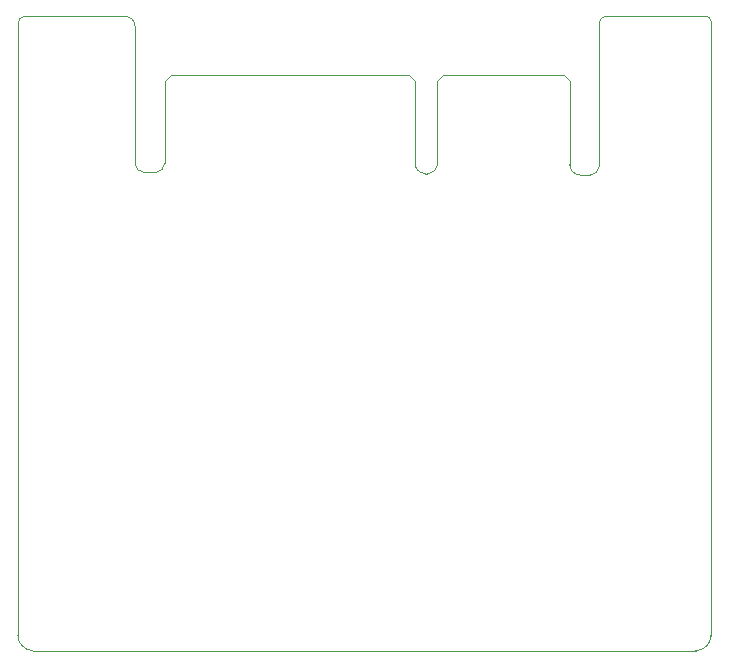
<source format=gm1>
G04*
G04 #@! TF.GenerationSoftware,Altium Limited,Altium Designer,23.3.1 (30)*
G04*
G04 Layer_Color=16711935*
%FSLAX45Y45*%
%MOMM*%
G71*
G04*
G04 #@! TF.SameCoordinates,3C985EEB-511E-42A5-9B31-B82869618DE1*
G04*
G04*
G04 #@! TF.FilePolarity,Positive*
G04*
G01*
G75*
%ADD18C,0.10000*%
%ADD72C,0.10084*%
D18*
X12823199Y10461840D02*
G03*
X12767502Y10406141I0J-55698D01*
G01*
X13713200Y10421840D02*
G03*
X13673199Y10461840I-40000J0D01*
G01*
X7903200D02*
G03*
X7845700Y10404340I0J-57500D01*
G01*
X8837500Y10377539D02*
G03*
X8753200Y10461839I-84300J0D01*
G01*
X11397499Y9217740D02*
Y9912739D01*
X11207502Y9217740D02*
Y9912739D01*
X9137498Y9962742D02*
X11157499D01*
X12467499D02*
X12517502Y9912739D01*
X11397499D02*
X11447501Y9962742D01*
X11157499D02*
X11207502Y9912739D01*
X9087501D02*
X9137498Y9962742D01*
X9087501Y9388090D02*
Y9912739D01*
X12517502Y9391491D02*
Y9912739D01*
X11447501Y9962742D02*
X12467499D01*
X9087501Y9216141D02*
Y9388090D01*
X8837501Y9215328D02*
Y9388090D01*
X12517502Y9207538D02*
Y9391491D01*
X12767502Y9196142D02*
Y10406141D01*
X12823199Y10461840D02*
X13673199D01*
X7845700Y10298540D02*
Y10404340D01*
X8837501Y9388090D02*
Y10377539D01*
X7903200Y10461840D02*
X8753200D01*
D72*
X7845700Y5219700D02*
G03*
X7972700Y5092700I127000J0D01*
G01*
X13586200D02*
G03*
X13713200Y5219700I0J127000D01*
G01*
X8837501Y9215328D02*
G03*
X8911369Y9141460I73868J0D01*
G01*
X9012820D02*
G03*
X9087501Y9216141I0J74681D01*
G01*
X11207502Y9217740D02*
G03*
X11293941Y9131300I86440J0D01*
G01*
X11311059D02*
G03*
X11397499Y9217740I0J86440D01*
G01*
X12517502Y9207538D02*
G03*
X12606440Y9118600I88938J0D01*
G01*
X12689960D02*
G03*
X12767502Y9196142I0J77542D01*
G01*
X7845700Y5219700D02*
Y10298540D01*
X7972700Y5092700D02*
X13586200D01*
X13713200Y5219700D02*
Y10421840D01*
X11293941Y9131300D02*
X11311059D01*
X12606440Y9118600D02*
X12689960D01*
X8911369Y9141460D02*
X9012820D01*
M02*

</source>
